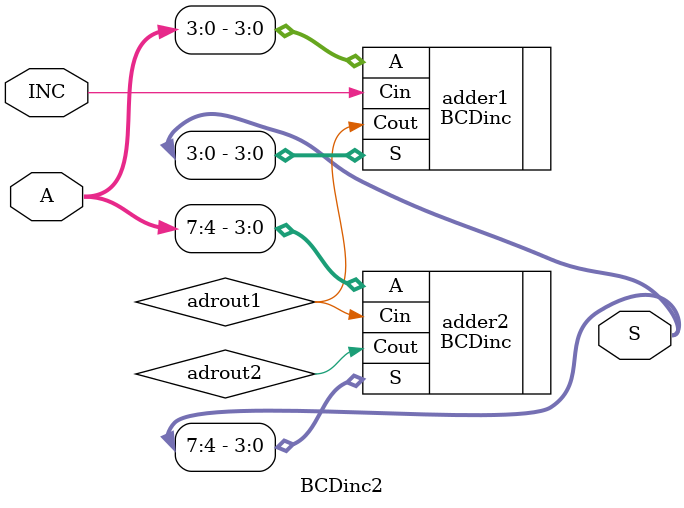
<source format=sv>
module BCDinc2(
  input 	[7:0] A,		// BCD number to be incremented (or not)
  input 	INC,			// When asserted increment the 2-digit BCD number A[7:0]
  output	[7:0] S		// Resulting BCD digit
);

  //////////////////////////////////////////
  // Declare any needed internal signals //
  ////////////////////////////////////////
  logic adrout1, adrout2;
  
  /////////////////////////////////////////////////////////
  // Instantiate two instances of BCDinc & interconnect //
  ///////////////////////////////////////////////////////
  BCDinc adder1(.A(A[3:0]), .Cin(INC), .Cout(adrout1), .S(S[3:0]));
  BCDinc adder2(.A(A[7:4]), .Cin(adrout1), .Cout(adrout2), .S(S[7:4]));
  

endmodule  
</source>
